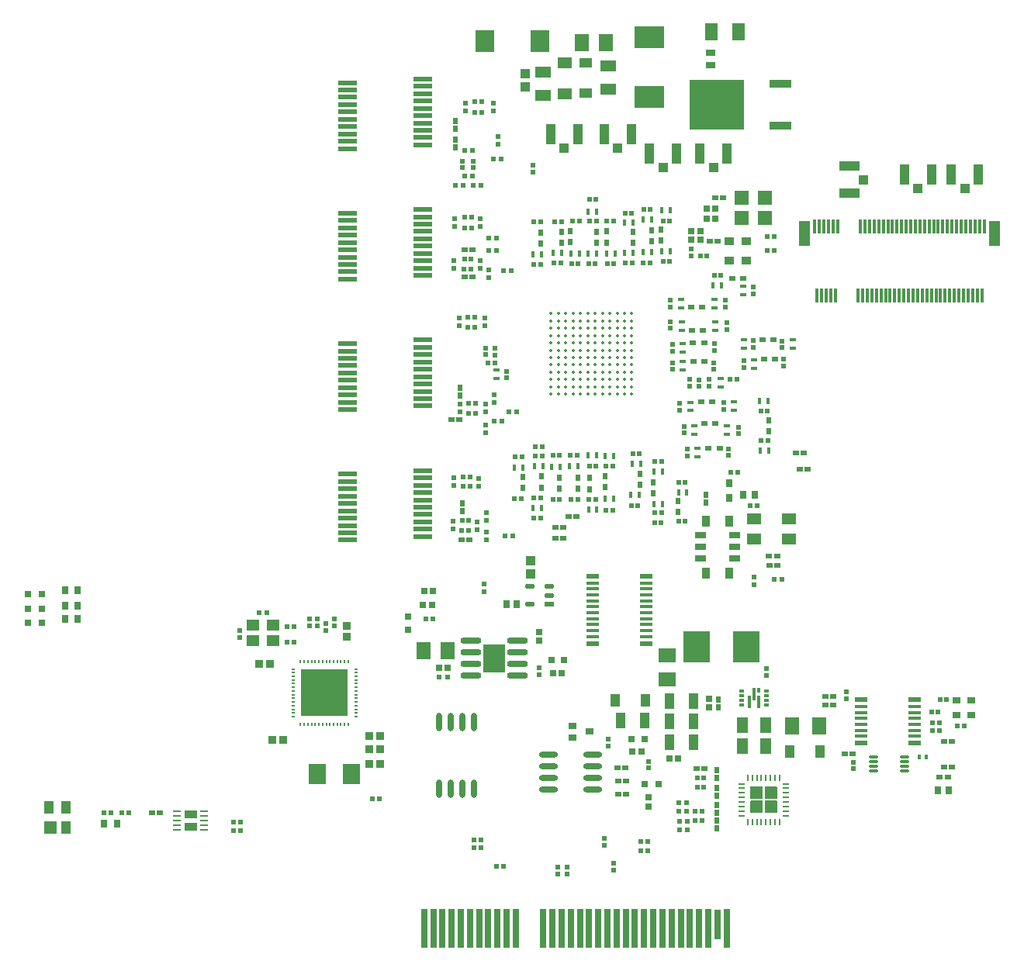
<source format=gtp>
G04*
G04 #@! TF.GenerationSoftware,Altium Limited,Altium Designer,24.4.1 (13)*
G04*
G04 Layer_Color=8421504*
%FSLAX44Y44*%
%MOMM*%
G71*
G04*
G04 #@! TF.SameCoordinates,EFBD3F8D-071C-412C-B344-986AE508E9F6*
G04*
G04*
G04 #@! TF.FilePolarity,Positive*
G04*
G01*
G75*
%ADD18R,1.4000X0.9000*%
%ADD19R,2.0000X0.5000*%
%ADD20R,0.6000X0.6500*%
%ADD21R,0.5811X0.5121*%
%ADD22R,0.6500X0.6000*%
%ADD23R,0.6000X0.5500*%
%ADD24R,0.5500X0.6000*%
%ADD25R,0.5500X0.5000*%
%ADD26R,0.5121X0.5811*%
%ADD27R,0.7112X4.1910*%
%ADD28O,0.7000X2.0000*%
%ADD29R,1.5000X1.2000*%
%ADD30R,0.6153X0.5725*%
%ADD31R,0.8500X0.2700*%
%ADD32R,0.3000X1.5500*%
%ADD33R,1.2000X2.7500*%
%ADD34O,0.2000X0.5000*%
%ADD35O,0.5000X0.2000*%
%ADD36R,5.2000X5.2000*%
%ADD37R,0.9051X0.9062*%
%ADD38R,0.5000X0.5500*%
%ADD39R,1.4000X1.2000*%
%ADD40R,0.5200X0.5200*%
%ADD41R,0.5200X0.5200*%
%ADD42R,0.9062X0.9051*%
%ADD43R,1.8545X2.2860*%
%ADD44O,2.3000X0.7000*%
%ADD45R,2.4100X3.1000*%
%ADD46R,1.0500X2.2000*%
%ADD47R,1.0000X1.0500*%
%ADD48C,0.3556*%
%ADD49R,1.9900X2.3300*%
G04:AMPARAMS|DCode=50|XSize=0.3mm|YSize=1mm|CornerRadius=0.0495mm|HoleSize=0mm|Usage=FLASHONLY|Rotation=90.000|XOffset=0mm|YOffset=0mm|HoleType=Round|Shape=RoundedRectangle|*
%AMROUNDEDRECTD50*
21,1,0.3000,0.9010,0,0,90.0*
21,1,0.2010,1.0000,0,0,90.0*
1,1,0.0990,0.4505,0.1005*
1,1,0.0990,0.4505,-0.1005*
1,1,0.0990,-0.4505,-0.1005*
1,1,0.0990,-0.4505,0.1005*
%
%ADD50ROUNDEDRECTD50*%
%ADD51R,0.7500X0.9000*%
%ADD52R,0.4000X0.5000*%
%ADD53R,2.4892X0.9398*%
%ADD54R,5.9182X5.5118*%
%ADD55R,0.8000X0.8000*%
%ADD56R,0.5500X0.5500*%
%ADD57R,1.0383X0.5321*%
G04:AMPARAMS|DCode=58|XSize=1.0383mm|YSize=0.5321mm|CornerRadius=0.2661mm|HoleSize=0mm|Usage=FLASHONLY|Rotation=180.000|XOffset=0mm|YOffset=0mm|HoleType=Round|Shape=RoundedRectangle|*
%AMROUNDEDRECTD58*
21,1,1.0383,0.0000,0,0,180.0*
21,1,0.5061,0.5321,0,0,180.0*
1,1,0.5321,-0.2531,0.0000*
1,1,0.5321,0.2531,0.0000*
1,1,0.5321,0.2531,0.0000*
1,1,0.5321,-0.2531,0.0000*
%
%ADD58ROUNDEDRECTD58*%
%ADD59R,1.3500X0.4000*%
%ADD60R,1.3500X0.6000*%
%ADD61R,0.8500X0.6500*%
%ADD62R,0.6000X0.6750*%
%ADD63R,0.4500X0.6750*%
%ADD64R,0.6750X0.6000*%
%ADD65R,0.6750X0.4500*%
%ADD66R,0.7000X0.6500*%
%ADD67R,1.5000X1.6000*%
%ADD68R,1.0500X1.0000*%
%ADD69R,2.2000X1.0500*%
G04:AMPARAMS|DCode=70|XSize=0.24mm|YSize=0.6mm|CornerRadius=0.0504mm|HoleSize=0mm|Usage=FLASHONLY|Rotation=0.000|XOffset=0mm|YOffset=0mm|HoleType=Round|Shape=RoundedRectangle|*
%AMROUNDEDRECTD70*
21,1,0.2400,0.4992,0,0,0.0*
21,1,0.1392,0.6000,0,0,0.0*
1,1,0.1008,0.0696,-0.2496*
1,1,0.1008,-0.0696,-0.2496*
1,1,0.1008,-0.0696,0.2496*
1,1,0.1008,0.0696,0.2496*
%
%ADD70ROUNDEDRECTD70*%
G04:AMPARAMS|DCode=71|XSize=0.6mm|YSize=0.24mm|CornerRadius=0.0504mm|HoleSize=0mm|Usage=FLASHONLY|Rotation=0.000|XOffset=0mm|YOffset=0mm|HoleType=Round|Shape=RoundedRectangle|*
%AMROUNDEDRECTD71*
21,1,0.6000,0.1392,0,0,0.0*
21,1,0.4992,0.2400,0,0,0.0*
1,1,0.1008,0.2496,-0.0696*
1,1,0.1008,-0.2496,-0.0696*
1,1,0.1008,-0.2496,0.0696*
1,1,0.1008,0.2496,0.0696*
%
%ADD71ROUNDEDRECTD71*%
%ADD72R,0.5725X0.6153*%
%ADD73R,0.8000X0.9500*%
%ADD74O,2.0500X0.6000*%
%ADD75R,1.6000X1.2500*%
%ADD76R,1.1046X1.7062*%
%ADD77R,0.7154X0.6725*%
%ADD78R,0.7000X0.7000*%
%ADD79R,1.3500X1.1000*%
%ADD80R,1.7062X1.1546*%
%ADD81R,3.3000X2.4000*%
%ADD82R,1.4500X1.9000*%
%ADD83R,1.5000X1.8500*%
%ADD84R,1.0000X0.7200*%
%ADD85R,1.1000X1.0500*%
%ADD86R,1.4000X1.4000*%
%ADD87R,1.0000X1.4000*%
%ADD88R,0.5500X0.5500*%
%ADD89R,3.0000X3.5000*%
%ADD90R,0.6500X0.7000*%
%ADD91R,1.2500X0.6500*%
%ADD92R,0.8500X1.2500*%
%ADD93R,0.7393X0.6725*%
%ADD94R,0.7000X0.7000*%
%ADD95R,0.6725X0.7393*%
%ADD96R,1.8500X1.5000*%
%ADD97R,1.1000X1.3500*%
%ADD98R,1.5046X1.9062*%
%ADD99R,1.1546X1.7062*%
%ADD100R,0.6725X0.6682*%
%ADD101R,0.3500X0.6000*%
%ADD102R,0.3500X1.4000*%
%ADD103R,0.6000X0.3500*%
%ADD104R,1.0000X0.9000*%
%ADD105R,0.7000X0.9500*%
%ADD106R,0.5393X0.4725*%
%ADD107R,0.7581X0.8121*%
%ADD108R,0.9000X0.7000*%
%ADD109R,0.7500X0.8500*%
%ADD110R,0.7000X0.9000*%
%ADD111R,0.7112X3.2004*%
G36*
X737460Y-892885D02*
Y-880385D01*
Y-880285D01*
X737537Y-880101D01*
X737677Y-879961D01*
X737861Y-879884D01*
X737961D01*
D01*
X750461D01*
X750560D01*
X750744Y-879961D01*
X750884Y-880101D01*
X750960Y-880285D01*
Y-880385D01*
D01*
Y-892885D01*
Y-892984D01*
X750884Y-893168D01*
X750744Y-893308D01*
X750560Y-893384D01*
X750461D01*
D01*
X737961D01*
X737861D01*
X737677Y-893308D01*
X737537Y-893168D01*
X737460Y-892984D01*
Y-892885D01*
D01*
D02*
G37*
G36*
X750960Y-877385D02*
Y-877484D01*
X750884Y-877668D01*
X750744Y-877809D01*
X750560Y-877885D01*
X750461D01*
D01*
X737961D01*
X737861D01*
X737677Y-877809D01*
X737537Y-877668D01*
X737460Y-877484D01*
Y-877385D01*
D01*
Y-864885D01*
Y-864785D01*
X737537Y-864601D01*
X737677Y-864461D01*
X737861Y-864385D01*
X737961D01*
D01*
X750461D01*
X750560D01*
X750744Y-864461D01*
X750884Y-864601D01*
X750960Y-864785D01*
Y-864885D01*
D01*
Y-877385D01*
D02*
G37*
G36*
X753460Y-893384D02*
X753361D01*
X753177Y-893308D01*
X753037Y-893168D01*
X752961Y-892984D01*
Y-892885D01*
D01*
Y-880385D01*
Y-880285D01*
X753037Y-880101D01*
X753177Y-879961D01*
X753361Y-879884D01*
X753460D01*
D01*
X765960D01*
X766060D01*
X766244Y-879961D01*
X766384Y-880101D01*
X766460Y-880285D01*
Y-880385D01*
D01*
Y-892885D01*
Y-892984D01*
X766384Y-893168D01*
X766244Y-893308D01*
X766060Y-893384D01*
X765960D01*
D01*
X753460D01*
D02*
G37*
G36*
X766460Y-877385D02*
Y-877484D01*
X766384Y-877668D01*
X766244Y-877809D01*
X766060Y-877885D01*
X765960D01*
D01*
X753460D01*
X753361D01*
X753177Y-877809D01*
X753037Y-877668D01*
X752961Y-877484D01*
Y-877385D01*
D01*
Y-864885D01*
Y-864785D01*
X753037Y-864601D01*
X753177Y-864461D01*
X753361Y-864385D01*
X753460D01*
D01*
X765960D01*
X766060D01*
X766244Y-864461D01*
X766384Y-864601D01*
X766460Y-864785D01*
Y-864885D01*
D01*
Y-877385D01*
D02*
G37*
D18*
X126425Y-895028D02*
D03*
X126425Y-908028D02*
D03*
D19*
X298000Y-168000D02*
D03*
Y-160000D02*
D03*
Y-152000D02*
D03*
Y-144000D02*
D03*
Y-136000D02*
D03*
Y-128000D02*
D03*
Y-120000D02*
D03*
Y-112000D02*
D03*
Y-104000D02*
D03*
Y-96000D02*
D03*
X380000Y-164000D02*
D03*
Y-156000D02*
D03*
Y-148000D02*
D03*
Y-140000D02*
D03*
Y-132000D02*
D03*
Y-124000D02*
D03*
Y-116000D02*
D03*
Y-108000D02*
D03*
Y-100000D02*
D03*
Y-92000D02*
D03*
X380000Y-519500D02*
D03*
Y-527500D02*
D03*
Y-535500D02*
D03*
Y-543500D02*
D03*
Y-551500D02*
D03*
Y-559500D02*
D03*
Y-567500D02*
D03*
Y-575500D02*
D03*
Y-583500D02*
D03*
Y-591500D02*
D03*
X298000Y-595500D02*
D03*
Y-587500D02*
D03*
Y-579500D02*
D03*
Y-571500D02*
D03*
Y-563500D02*
D03*
Y-555500D02*
D03*
Y-547500D02*
D03*
Y-539500D02*
D03*
Y-531500D02*
D03*
Y-523500D02*
D03*
X380000Y-377000D02*
D03*
Y-385000D02*
D03*
Y-393000D02*
D03*
Y-401000D02*
D03*
Y-409000D02*
D03*
Y-417000D02*
D03*
Y-425000D02*
D03*
Y-433000D02*
D03*
Y-441000D02*
D03*
Y-449000D02*
D03*
X298000Y-453000D02*
D03*
Y-445000D02*
D03*
Y-437000D02*
D03*
Y-429000D02*
D03*
Y-421000D02*
D03*
Y-413000D02*
D03*
Y-405000D02*
D03*
Y-397000D02*
D03*
Y-389000D02*
D03*
Y-381000D02*
D03*
X380000Y-234500D02*
D03*
Y-242500D02*
D03*
Y-250500D02*
D03*
Y-258500D02*
D03*
Y-266500D02*
D03*
Y-274500D02*
D03*
Y-282500D02*
D03*
Y-290500D02*
D03*
Y-298500D02*
D03*
Y-306500D02*
D03*
X298000Y-310500D02*
D03*
Y-302500D02*
D03*
Y-294500D02*
D03*
Y-286500D02*
D03*
Y-278500D02*
D03*
Y-270500D02*
D03*
Y-262500D02*
D03*
Y-254500D02*
D03*
Y-246500D02*
D03*
Y-238500D02*
D03*
X380000Y-92000D02*
D03*
Y-100000D02*
D03*
Y-108000D02*
D03*
Y-116000D02*
D03*
Y-124000D02*
D03*
Y-132000D02*
D03*
Y-140000D02*
D03*
Y-148000D02*
D03*
Y-156000D02*
D03*
Y-164000D02*
D03*
X298000Y-168000D02*
D03*
Y-160000D02*
D03*
Y-152000D02*
D03*
Y-144000D02*
D03*
Y-136000D02*
D03*
Y-128000D02*
D03*
Y-120000D02*
D03*
Y-112000D02*
D03*
Y-104000D02*
D03*
Y-96000D02*
D03*
X380000Y-519500D02*
D03*
Y-527500D02*
D03*
Y-535500D02*
D03*
Y-543500D02*
D03*
Y-551500D02*
D03*
Y-559500D02*
D03*
Y-567500D02*
D03*
Y-575500D02*
D03*
Y-583500D02*
D03*
Y-591500D02*
D03*
X298000Y-523500D02*
D03*
Y-531500D02*
D03*
Y-539500D02*
D03*
Y-547500D02*
D03*
Y-555500D02*
D03*
Y-563500D02*
D03*
Y-571500D02*
D03*
Y-579500D02*
D03*
Y-587500D02*
D03*
Y-595500D02*
D03*
X298000Y-453000D02*
D03*
Y-445000D02*
D03*
Y-437000D02*
D03*
Y-429000D02*
D03*
Y-421000D02*
D03*
Y-413000D02*
D03*
Y-405000D02*
D03*
Y-397000D02*
D03*
Y-389000D02*
D03*
Y-381000D02*
D03*
X380000Y-449000D02*
D03*
Y-441000D02*
D03*
Y-433000D02*
D03*
Y-425000D02*
D03*
Y-417000D02*
D03*
Y-409000D02*
D03*
Y-401000D02*
D03*
Y-393000D02*
D03*
Y-385000D02*
D03*
Y-377000D02*
D03*
X379864Y-234500D02*
D03*
Y-242500D02*
D03*
Y-250500D02*
D03*
Y-258500D02*
D03*
Y-266500D02*
D03*
Y-274500D02*
D03*
Y-282500D02*
D03*
Y-290500D02*
D03*
Y-298500D02*
D03*
Y-306500D02*
D03*
X297864Y-238500D02*
D03*
Y-246500D02*
D03*
Y-254500D02*
D03*
Y-262500D02*
D03*
Y-270500D02*
D03*
Y-278500D02*
D03*
Y-286500D02*
D03*
Y-294500D02*
D03*
Y-302500D02*
D03*
Y-310500D02*
D03*
D20*
X415792Y-166500D02*
D03*
Y-158000D02*
D03*
X415587Y-146076D02*
D03*
Y-137576D02*
D03*
X422677Y-564043D02*
D03*
Y-555543D02*
D03*
X420477Y-437323D02*
D03*
Y-428823D02*
D03*
X700554Y-909987D02*
D03*
Y-901487D02*
D03*
Y-884281D02*
D03*
Y-892781D02*
D03*
X700493Y-874435D02*
D03*
Y-865935D02*
D03*
Y-846738D02*
D03*
Y-855238D02*
D03*
X702790Y-769516D02*
D03*
Y-778016D02*
D03*
X689024Y-546202D02*
D03*
Y-554701D02*
D03*
D21*
X429816Y-445729D02*
D03*
X437127D02*
D03*
X425103Y-299538D02*
D03*
X432413D02*
D03*
X763441Y-279464D02*
D03*
X756130D02*
D03*
X763441Y-264225D02*
D03*
X756130D02*
D03*
X970716Y-798625D02*
D03*
X963405D02*
D03*
X640345Y-509898D02*
D03*
X633034D02*
D03*
X640246Y-576117D02*
D03*
X632935D02*
D03*
X640345Y-565829D02*
D03*
X633034D02*
D03*
X666246Y-532407D02*
D03*
X658936D02*
D03*
X600711Y-238281D02*
D03*
X608022D02*
D03*
X666480Y-574559D02*
D03*
X659169D02*
D03*
X601050Y-293145D02*
D03*
X608361D02*
D03*
X568754Y-550723D02*
D03*
X561443D02*
D03*
X568912Y-514721D02*
D03*
X561602D02*
D03*
X749080Y-486743D02*
D03*
X756391D02*
D03*
X748752Y-454760D02*
D03*
X756063D02*
D03*
X682830Y-285194D02*
D03*
X690141D02*
D03*
X617814Y-934542D02*
D03*
X625125D02*
D03*
X617814Y-924658D02*
D03*
X625125D02*
D03*
X679437Y-855285D02*
D03*
X686748D02*
D03*
X679437Y-864991D02*
D03*
X686748D02*
D03*
X677477Y-891385D02*
D03*
X684788D02*
D03*
X677477Y-901487D02*
D03*
X684788D02*
D03*
X432638Y-288246D02*
D03*
X425327D02*
D03*
X437439Y-456905D02*
D03*
X430128D02*
D03*
X430005Y-574294D02*
D03*
X422694D02*
D03*
X429952Y-585171D02*
D03*
X422641D02*
D03*
X390655Y-681189D02*
D03*
X383344D02*
D03*
X560962Y-294002D02*
D03*
X568273D02*
D03*
X502742Y-493419D02*
D03*
X510053D02*
D03*
X502798Y-504030D02*
D03*
X510108D02*
D03*
X561849Y-247258D02*
D03*
X569159D02*
D03*
X561589Y-223697D02*
D03*
X568900D02*
D03*
X500950Y-571606D02*
D03*
X508261D02*
D03*
X500950Y-549048D02*
D03*
X508261D02*
D03*
X521825Y-502938D02*
D03*
X529136D02*
D03*
X521953Y-550753D02*
D03*
X529264D02*
D03*
X549582Y-293571D02*
D03*
X542271D02*
D03*
X550598Y-246739D02*
D03*
X543287D02*
D03*
X588541Y-294023D02*
D03*
X581230D02*
D03*
X588162Y-246781D02*
D03*
X580852D02*
D03*
X607358Y-558037D02*
D03*
X614669D02*
D03*
X609020Y-500705D02*
D03*
X616330D02*
D03*
X621053Y-234541D02*
D03*
X628364D02*
D03*
X620303Y-293126D02*
D03*
X627614D02*
D03*
X540988Y-502697D02*
D03*
X548298D02*
D03*
X541593Y-551397D02*
D03*
X548903D02*
D03*
X480624Y-504796D02*
D03*
X487935D02*
D03*
X480066Y-549939D02*
D03*
X487377D02*
D03*
X587242Y-562532D02*
D03*
X579931D02*
D03*
X586928Y-515038D02*
D03*
X579617D02*
D03*
X649326Y-247156D02*
D03*
X642016D02*
D03*
X649467Y-290765D02*
D03*
X642156D02*
D03*
X522907Y-292548D02*
D03*
X530217D02*
D03*
X523860Y-247654D02*
D03*
X531171D02*
D03*
X501025Y-294116D02*
D03*
X508336D02*
D03*
X501025Y-247889D02*
D03*
X508336D02*
D03*
X697922Y-306154D02*
D03*
X705232D02*
D03*
D22*
X84680Y-892878D02*
D03*
X93180D02*
D03*
X707761Y-221899D02*
D03*
X699261D02*
D03*
X422493Y-595155D02*
D03*
X430993D02*
D03*
X419834Y-463889D02*
D03*
X411334D02*
D03*
X425389Y-308327D02*
D03*
X433889D02*
D03*
X425389Y-278698D02*
D03*
X433889D02*
D03*
X944205Y-854238D02*
D03*
X952706D02*
D03*
X787191Y-500147D02*
D03*
X795691D02*
D03*
X848944Y-828439D02*
D03*
X840444D02*
D03*
X827695Y-766260D02*
D03*
X819195D02*
D03*
X828001Y-775238D02*
D03*
X819501D02*
D03*
X687670Y-845103D02*
D03*
X679170D02*
D03*
X956955Y-843201D02*
D03*
X948456D02*
D03*
X600980Y-844224D02*
D03*
X592480D02*
D03*
X956955Y-815451D02*
D03*
X948456D02*
D03*
X799941Y-517639D02*
D03*
X791441D02*
D03*
X701485Y-268964D02*
D03*
X692985D02*
D03*
X758175Y-623056D02*
D03*
X766675D02*
D03*
X757925Y-612539D02*
D03*
X766425D02*
D03*
X539248Y-569300D02*
D03*
X547748D02*
D03*
X524380Y-593111D02*
D03*
X532880D02*
D03*
X524555Y-581698D02*
D03*
X533055D02*
D03*
X602154Y-858497D02*
D03*
X593653D02*
D03*
X602153Y-872953D02*
D03*
X593653D02*
D03*
D23*
X457719Y-465650D02*
D03*
X466219D02*
D03*
X478429Y-590563D02*
D03*
X469929D02*
D03*
X457216Y-179699D02*
D03*
X465716D02*
D03*
X435056Y-207910D02*
D03*
X443556D02*
D03*
X482617Y-455543D02*
D03*
X474117D02*
D03*
X451800Y-265835D02*
D03*
X460300D02*
D03*
X476492Y-301140D02*
D03*
X467992D02*
D03*
X460250Y-279123D02*
D03*
X451750D02*
D03*
X415518Y-207910D02*
D03*
X424019D02*
D03*
X425512Y-169840D02*
D03*
X434012D02*
D03*
X425617Y-198359D02*
D03*
X434117D02*
D03*
D24*
X449503Y-586679D02*
D03*
Y-595179D02*
D03*
X449057Y-574007D02*
D03*
Y-565507D02*
D03*
X446666Y-651577D02*
D03*
Y-643077D02*
D03*
X448317Y-477974D02*
D03*
Y-469474D02*
D03*
X457667Y-444942D02*
D03*
Y-436442D02*
D03*
X451769Y-308531D02*
D03*
Y-300031D02*
D03*
X461974Y-154501D02*
D03*
Y-163001D02*
D03*
X448240Y-447235D02*
D03*
Y-455735D02*
D03*
X426628Y-118598D02*
D03*
Y-127098D02*
D03*
X447357Y-353103D02*
D03*
Y-361603D02*
D03*
X442340Y-244393D02*
D03*
Y-252893D02*
D03*
X440899Y-536551D02*
D03*
Y-528051D02*
D03*
X439475Y-583940D02*
D03*
Y-575440D02*
D03*
X442568Y-298362D02*
D03*
Y-289862D02*
D03*
X415018Y-252893D02*
D03*
Y-244393D02*
D03*
X456966Y-126868D02*
D03*
Y-118368D02*
D03*
X419402Y-361062D02*
D03*
Y-352561D02*
D03*
X420284Y-455419D02*
D03*
Y-446918D02*
D03*
X413933Y-535940D02*
D03*
Y-527440D02*
D03*
X412841Y-583601D02*
D03*
Y-575101D02*
D03*
X413933Y-298484D02*
D03*
Y-289984D02*
D03*
D25*
X423814Y-526668D02*
D03*
X431314D02*
D03*
X424302Y-536815D02*
D03*
X431802D02*
D03*
X436550Y-117103D02*
D03*
X444050D02*
D03*
X436556Y-128217D02*
D03*
X444056D02*
D03*
X428789Y-363043D02*
D03*
X436289D02*
D03*
X428930Y-351721D02*
D03*
X436430D02*
D03*
X425425Y-254555D02*
D03*
X432925D02*
D03*
X425490Y-243022D02*
D03*
X432990D02*
D03*
X325071Y-877985D02*
D03*
X332571D02*
D03*
X239562Y-706737D02*
D03*
X232062D02*
D03*
X239562Y-690032D02*
D03*
X232062D02*
D03*
X58888Y-892964D02*
D03*
X51388D02*
D03*
X951750Y-769678D02*
D03*
X944250D02*
D03*
X943416Y-794625D02*
D03*
X935916D02*
D03*
X943416Y-803530D02*
D03*
X935916D02*
D03*
X934916Y-783318D02*
D03*
X942416D02*
D03*
X467905Y-951414D02*
D03*
X460405D02*
D03*
X173346Y-912678D02*
D03*
X180846D02*
D03*
X173346Y-902968D02*
D03*
X180846D02*
D03*
X435905Y-922588D02*
D03*
X443405D02*
D03*
X451250Y-401617D02*
D03*
X458750D02*
D03*
X722970Y-419538D02*
D03*
X715470D02*
D03*
X443405Y-931340D02*
D03*
X435905D02*
D03*
X39203Y-892878D02*
D03*
X31702D02*
D03*
D26*
X435070Y-189016D02*
D03*
Y-181705D02*
D03*
X423383Y-188833D02*
D03*
Y-181523D02*
D03*
X842181Y-760913D02*
D03*
Y-768224D02*
D03*
X668711Y-503706D02*
D03*
Y-496395D02*
D03*
X713903Y-502956D02*
D03*
Y-495645D02*
D03*
X652268Y-389200D02*
D03*
Y-381889D02*
D03*
X698235Y-388237D02*
D03*
Y-380926D02*
D03*
X652577Y-409143D02*
D03*
Y-401832D02*
D03*
X697579Y-409029D02*
D03*
Y-401718D02*
D03*
X730669Y-406739D02*
D03*
Y-399428D02*
D03*
X773733Y-405494D02*
D03*
Y-398183D02*
D03*
X771785Y-385351D02*
D03*
Y-378041D02*
D03*
X740872Y-385112D02*
D03*
Y-377801D02*
D03*
X740790Y-319360D02*
D03*
Y-326670D02*
D03*
X626216Y-837023D02*
D03*
Y-844334D02*
D03*
X754881Y-742935D02*
D03*
Y-735624D02*
D03*
X507156Y-742156D02*
D03*
Y-734844D02*
D03*
X708382Y-452757D02*
D03*
Y-445446D02*
D03*
X660544Y-453606D02*
D03*
Y-446295D02*
D03*
X471500Y-418406D02*
D03*
Y-411094D02*
D03*
X458799Y-385899D02*
D03*
Y-393210D02*
D03*
X448286Y-385545D02*
D03*
Y-392855D02*
D03*
X724333Y-479213D02*
D03*
Y-471902D02*
D03*
X665042Y-478584D02*
D03*
Y-471274D02*
D03*
X671272Y-427492D02*
D03*
Y-420182D02*
D03*
X681749Y-427636D02*
D03*
Y-420326D02*
D03*
X692283Y-427382D02*
D03*
Y-420071D02*
D03*
X710330Y-333792D02*
D03*
Y-341103D02*
D03*
X672563Y-285236D02*
D03*
Y-277926D02*
D03*
X649707Y-333618D02*
D03*
Y-340929D02*
D03*
X712107Y-358124D02*
D03*
Y-365435D02*
D03*
X650248Y-356763D02*
D03*
Y-364073D02*
D03*
X582172Y-813093D02*
D03*
Y-820403D02*
D03*
D27*
X381460Y-1019624D02*
D03*
X391460D02*
D03*
X401460D02*
D03*
X411460D02*
D03*
X421460D02*
D03*
X431460D02*
D03*
X441460D02*
D03*
X451460D02*
D03*
X461460D02*
D03*
X471460D02*
D03*
X481460D02*
D03*
X511460D02*
D03*
X521460D02*
D03*
X531460D02*
D03*
X541460D02*
D03*
X551460D02*
D03*
X561460D02*
D03*
X571460D02*
D03*
X581459D02*
D03*
X591459D02*
D03*
X601459D02*
D03*
X611459D02*
D03*
X621459D02*
D03*
X631459D02*
D03*
X641459D02*
D03*
X651459D02*
D03*
X661459D02*
D03*
X671459D02*
D03*
X681459D02*
D03*
X691459D02*
D03*
X711459D02*
D03*
D28*
X397802Y-866912D02*
D03*
X410502D02*
D03*
X423202D02*
D03*
X435902D02*
D03*
X397802Y-794412D02*
D03*
X410502D02*
D03*
X423202D02*
D03*
X435902D02*
D03*
D29*
X741756Y-572047D02*
D03*
X779756D02*
D03*
Y-594047D02*
D03*
X741756D02*
D03*
D30*
X771940Y-638244D02*
D03*
X763369D02*
D03*
D31*
X111675Y-911528D02*
D03*
Y-906528D02*
D03*
Y-901528D02*
D03*
Y-896528D02*
D03*
Y-891528D02*
D03*
X141175D02*
D03*
Y-896528D02*
D03*
Y-901528D02*
D03*
Y-906528D02*
D03*
Y-911528D02*
D03*
D32*
X807500Y-253269D02*
D03*
X812500D02*
D03*
X817500D02*
D03*
X822500D02*
D03*
X827500D02*
D03*
X832500D02*
D03*
X810000Y-328769D02*
D03*
X815000D02*
D03*
X820000D02*
D03*
X825000D02*
D03*
X830000D02*
D03*
X857500Y-253269D02*
D03*
X860000Y-328769D02*
D03*
X862500Y-253269D02*
D03*
X865000Y-328769D02*
D03*
X867500Y-253269D02*
D03*
X870000Y-328769D02*
D03*
X872500Y-253269D02*
D03*
X875000Y-328769D02*
D03*
X877500Y-253269D02*
D03*
X880000Y-328769D02*
D03*
X882500Y-253269D02*
D03*
X885000Y-328769D02*
D03*
X887500Y-253269D02*
D03*
X890000Y-328769D02*
D03*
X892500Y-253269D02*
D03*
X895000Y-328769D02*
D03*
X897500Y-253269D02*
D03*
X900000Y-328769D02*
D03*
X902500Y-253269D02*
D03*
X905000Y-328769D02*
D03*
X907500Y-253269D02*
D03*
X910000Y-328769D02*
D03*
X912500Y-253269D02*
D03*
X915000Y-328769D02*
D03*
X917500Y-253269D02*
D03*
X920000Y-328769D02*
D03*
X922500Y-253269D02*
D03*
X925000Y-328769D02*
D03*
X927500Y-253269D02*
D03*
X930000Y-328769D02*
D03*
X932500Y-253269D02*
D03*
X935000Y-328769D02*
D03*
X937500Y-253269D02*
D03*
X940000Y-328769D02*
D03*
X942500Y-253269D02*
D03*
X945000Y-328769D02*
D03*
X947500Y-253269D02*
D03*
X950000Y-328769D02*
D03*
X952500Y-253269D02*
D03*
X955000Y-328769D02*
D03*
X957500Y-253269D02*
D03*
X960000Y-328769D02*
D03*
X962500Y-253269D02*
D03*
X965000Y-328769D02*
D03*
X967500Y-253269D02*
D03*
X970000Y-328769D02*
D03*
X972500Y-253269D02*
D03*
X975000Y-328769D02*
D03*
X977500Y-253269D02*
D03*
X980000Y-328769D02*
D03*
X982500Y-253269D02*
D03*
X985000Y-328769D02*
D03*
X987500Y-253269D02*
D03*
X990000Y-328769D02*
D03*
X992500Y-253269D02*
D03*
X855000Y-328769D02*
D03*
D33*
X796500Y-261019D02*
D03*
X1003500D02*
D03*
D34*
X298563Y-796365D02*
D03*
X294563D02*
D03*
X290563D02*
D03*
X286563D02*
D03*
X282563D02*
D03*
X278563D02*
D03*
X274563D02*
D03*
X270563D02*
D03*
X266563D02*
D03*
X262563D02*
D03*
X258563D02*
D03*
X254563D02*
D03*
X250563D02*
D03*
X246563D02*
D03*
Y-727865D02*
D03*
X250563D02*
D03*
X254563D02*
D03*
X258563D02*
D03*
X262563D02*
D03*
X266563D02*
D03*
X270563D02*
D03*
X274563D02*
D03*
X278563D02*
D03*
X282563D02*
D03*
X286563D02*
D03*
X290563D02*
D03*
X294563D02*
D03*
X298563D02*
D03*
D35*
X238312Y-788115D02*
D03*
Y-784115D02*
D03*
Y-780115D02*
D03*
Y-776115D02*
D03*
Y-772115D02*
D03*
Y-768115D02*
D03*
Y-764115D02*
D03*
Y-760115D02*
D03*
Y-756115D02*
D03*
Y-752115D02*
D03*
Y-748115D02*
D03*
Y-744115D02*
D03*
Y-740115D02*
D03*
Y-736115D02*
D03*
X306812Y-744115D02*
D03*
Y-748115D02*
D03*
Y-752115D02*
D03*
Y-756115D02*
D03*
Y-760115D02*
D03*
Y-764115D02*
D03*
Y-768115D02*
D03*
Y-772115D02*
D03*
Y-776115D02*
D03*
Y-780115D02*
D03*
Y-784115D02*
D03*
Y-788115D02*
D03*
Y-740115D02*
D03*
Y-736115D02*
D03*
D36*
X272563Y-762115D02*
D03*
D37*
X321335Y-839430D02*
D03*
X333346D02*
D03*
X321335Y-824056D02*
D03*
X333346D02*
D03*
X321335Y-809037D02*
D03*
X333346D02*
D03*
X227626Y-813567D02*
D03*
X215615D02*
D03*
X212959Y-730586D02*
D03*
X200948D02*
D03*
D38*
X283246Y-688656D02*
D03*
Y-681155D02*
D03*
X273856Y-693782D02*
D03*
Y-686282D02*
D03*
X256047Y-688656D02*
D03*
Y-681156D02*
D03*
X265185Y-688655D02*
D03*
Y-681156D02*
D03*
X850027Y-837678D02*
D03*
Y-845178D02*
D03*
X537568Y-952427D02*
D03*
X527189D02*
D03*
Y-959927D02*
D03*
X578172Y-921338D02*
D03*
Y-928838D02*
D03*
X587904Y-948559D02*
D03*
Y-956059D02*
D03*
X500547Y-186000D02*
D03*
Y-193500D02*
D03*
X537568Y-959927D02*
D03*
D39*
X194442Y-705032D02*
D03*
X216442D02*
D03*
Y-688032D02*
D03*
X194442D02*
D03*
D40*
X180092Y-694086D02*
D03*
Y-702086D02*
D03*
D41*
X201554Y-674705D02*
D03*
X209554D02*
D03*
D42*
X297290Y-700890D02*
D03*
Y-688879D02*
D03*
D43*
X302192Y-850860D02*
D03*
X264347D02*
D03*
D44*
X432364Y-705186D02*
D03*
Y-717886D02*
D03*
Y-730586D02*
D03*
Y-743286D02*
D03*
X483364Y-705186D02*
D03*
Y-717886D02*
D03*
Y-730586D02*
D03*
Y-743286D02*
D03*
D45*
X457864Y-724236D02*
D03*
D46*
X519550Y-152500D02*
D03*
X549050D02*
D03*
X577887D02*
D03*
X607387D02*
D03*
X711994Y-173250D02*
D03*
X682494D02*
D03*
X935250Y-196085D02*
D03*
X905750D02*
D03*
X986250D02*
D03*
X956750D02*
D03*
X656994Y-173250D02*
D03*
X627494D02*
D03*
D47*
X534300Y-167750D02*
D03*
X592637D02*
D03*
X697244Y-188500D02*
D03*
X920500Y-211335D02*
D03*
X971500D02*
D03*
X642244Y-188500D02*
D03*
D48*
X608011Y-436121D02*
D03*
X600011D02*
D03*
X592011D02*
D03*
X584011D02*
D03*
X576011D02*
D03*
X568011D02*
D03*
X560011D02*
D03*
X552011D02*
D03*
X544011D02*
D03*
X536011D02*
D03*
X528011D02*
D03*
X520011D02*
D03*
X608011Y-428120D02*
D03*
X600011D02*
D03*
X592011D02*
D03*
X584011D02*
D03*
X576011D02*
D03*
X568011D02*
D03*
X560011D02*
D03*
X552011D02*
D03*
X544011D02*
D03*
X536011D02*
D03*
X528011D02*
D03*
X520011D02*
D03*
X608011Y-420119D02*
D03*
X600011D02*
D03*
X592011D02*
D03*
X584011D02*
D03*
X576011D02*
D03*
X568011D02*
D03*
X560011D02*
D03*
X552011D02*
D03*
X544011D02*
D03*
X536011D02*
D03*
X528011D02*
D03*
X520011D02*
D03*
X608011Y-412118D02*
D03*
X600011D02*
D03*
X592011D02*
D03*
X584011D02*
D03*
X576011D02*
D03*
X568011D02*
D03*
X560011D02*
D03*
X552011D02*
D03*
X544011D02*
D03*
X536011D02*
D03*
X528011D02*
D03*
X520011D02*
D03*
X608011Y-404117D02*
D03*
X600011D02*
D03*
X592011D02*
D03*
X584011D02*
D03*
X576011D02*
D03*
X568011D02*
D03*
X560011D02*
D03*
X552011D02*
D03*
X544011D02*
D03*
X536011D02*
D03*
X528011D02*
D03*
X520011D02*
D03*
X608011Y-396116D02*
D03*
X600011D02*
D03*
X592011D02*
D03*
X584011D02*
D03*
X576011D02*
D03*
X568011D02*
D03*
X560011D02*
D03*
X552011D02*
D03*
X544011D02*
D03*
X536011D02*
D03*
X528011D02*
D03*
X520011D02*
D03*
X608011Y-388115D02*
D03*
X600011D02*
D03*
X592011D02*
D03*
X584011D02*
D03*
X576011D02*
D03*
X568011D02*
D03*
X560011D02*
D03*
X552011D02*
D03*
X544011D02*
D03*
X536011D02*
D03*
X528011D02*
D03*
X520011D02*
D03*
X608011Y-380114D02*
D03*
X600011D02*
D03*
X592011D02*
D03*
X584011D02*
D03*
X576011D02*
D03*
X568011D02*
D03*
X560011D02*
D03*
X552011D02*
D03*
X544011D02*
D03*
X536011D02*
D03*
X528011D02*
D03*
X520011D02*
D03*
X608011Y-372113D02*
D03*
X600011D02*
D03*
X592011D02*
D03*
X584011D02*
D03*
X576011D02*
D03*
X568011D02*
D03*
X560011D02*
D03*
X552011D02*
D03*
X544011D02*
D03*
X536011D02*
D03*
X528011D02*
D03*
X520011D02*
D03*
X608011Y-364112D02*
D03*
X600011D02*
D03*
X592011D02*
D03*
X584011D02*
D03*
X576011D02*
D03*
X568011D02*
D03*
X560011D02*
D03*
X552011D02*
D03*
X544011D02*
D03*
X536011D02*
D03*
X528011D02*
D03*
X520011D02*
D03*
X608011Y-356111D02*
D03*
X600011D02*
D03*
X592011D02*
D03*
X584011D02*
D03*
X576011D02*
D03*
X568011D02*
D03*
X560011D02*
D03*
X552011D02*
D03*
X544011D02*
D03*
X536011D02*
D03*
X528011D02*
D03*
X520011D02*
D03*
X608011Y-348110D02*
D03*
X600011D02*
D03*
X592011D02*
D03*
X584011D02*
D03*
X576011D02*
D03*
X568011D02*
D03*
X560011D02*
D03*
X552011D02*
D03*
X544011D02*
D03*
X536011D02*
D03*
X528011D02*
D03*
X520011D02*
D03*
D49*
X447858Y-50634D02*
D03*
X508058D02*
D03*
D50*
X905966Y-846993D02*
D03*
Y-841993D02*
D03*
Y-836993D02*
D03*
Y-831993D02*
D03*
X871966Y-846993D02*
D03*
Y-841993D02*
D03*
Y-836993D02*
D03*
Y-831993D02*
D03*
D51*
X954000Y-868150D02*
D03*
X942000D02*
D03*
D52*
X921588Y-832280D02*
D03*
X929588D02*
D03*
D53*
X770008Y-142913D02*
D03*
Y-97193D02*
D03*
D54*
X700793Y-120053D02*
D03*
D55*
X621925Y-862129D02*
D03*
X636925D02*
D03*
X-50900Y-685709D02*
D03*
X-35900D02*
D03*
X-50900Y-670705D02*
D03*
X-35900D02*
D03*
X-50900Y-654000D02*
D03*
X-35900D02*
D03*
D56*
X659471Y-891105D02*
D03*
Y-882105D02*
D03*
X660344Y-902355D02*
D03*
Y-911355D02*
D03*
X668490Y-911355D02*
D03*
Y-902355D02*
D03*
X668199Y-882163D02*
D03*
Y-891163D02*
D03*
D57*
X518012Y-665166D02*
D03*
D58*
Y-655667D02*
D03*
Y-646166D02*
D03*
X496688D02*
D03*
Y-665166D02*
D03*
D59*
X858186Y-777125D02*
D03*
Y-783625D02*
D03*
Y-790125D02*
D03*
Y-796625D02*
D03*
Y-803125D02*
D03*
Y-809625D02*
D03*
X916686D02*
D03*
Y-803125D02*
D03*
Y-796625D02*
D03*
Y-790125D02*
D03*
Y-783625D02*
D03*
Y-777125D02*
D03*
X623757Y-642189D02*
D03*
Y-648690D02*
D03*
Y-655189D02*
D03*
Y-661689D02*
D03*
Y-668189D02*
D03*
Y-674689D02*
D03*
Y-681189D02*
D03*
Y-687689D02*
D03*
Y-694189D02*
D03*
Y-700689D02*
D03*
X565257D02*
D03*
Y-694189D02*
D03*
Y-687689D02*
D03*
Y-681189D02*
D03*
Y-674689D02*
D03*
Y-668189D02*
D03*
Y-661689D02*
D03*
Y-655189D02*
D03*
Y-648690D02*
D03*
Y-642189D02*
D03*
D60*
X858186Y-769625D02*
D03*
Y-817125D02*
D03*
X916686D02*
D03*
Y-769625D02*
D03*
X623757Y-634689D02*
D03*
Y-708189D02*
D03*
X565257D02*
D03*
Y-634689D02*
D03*
D61*
X962811Y-786568D02*
D03*
Y-770068D02*
D03*
X978311D02*
D03*
Y-786568D02*
D03*
D62*
X631546Y-544031D02*
D03*
Y-532031D02*
D03*
X658377Y-564532D02*
D03*
Y-552532D02*
D03*
X609368Y-258816D02*
D03*
Y-270816D02*
D03*
X561601Y-539683D02*
D03*
Y-527683D02*
D03*
X757838Y-476950D02*
D03*
Y-464950D02*
D03*
X569966Y-258664D02*
D03*
Y-270664D02*
D03*
X509643Y-537980D02*
D03*
Y-525980D02*
D03*
X529178Y-539151D02*
D03*
Y-527150D02*
D03*
X541125Y-257763D02*
D03*
Y-269762D02*
D03*
X580885Y-258455D02*
D03*
Y-270455D02*
D03*
X616985Y-534852D02*
D03*
Y-522852D02*
D03*
X629789Y-257077D02*
D03*
Y-269077D02*
D03*
X548905Y-539442D02*
D03*
Y-527442D02*
D03*
X488802Y-538577D02*
D03*
Y-526577D02*
D03*
X578777Y-537920D02*
D03*
Y-525920D02*
D03*
X640244Y-256447D02*
D03*
Y-268447D02*
D03*
X531079Y-258558D02*
D03*
Y-270558D02*
D03*
X509025Y-259568D02*
D03*
Y-271567D02*
D03*
D63*
X641761Y-520639D02*
D03*
X632511D02*
D03*
X641642Y-555794D02*
D03*
X632392D02*
D03*
X668199Y-543030D02*
D03*
X658949D02*
D03*
X599742Y-248699D02*
D03*
X608992D02*
D03*
X599742Y-281946D02*
D03*
X608992D02*
D03*
X569993Y-561829D02*
D03*
X560743D02*
D03*
X569723Y-502938D02*
D03*
X560473D02*
D03*
X748091Y-497750D02*
D03*
X757341D02*
D03*
X747782Y-443931D02*
D03*
X757032D02*
D03*
X560341Y-282365D02*
D03*
X569591D02*
D03*
X501553Y-514546D02*
D03*
X510802D02*
D03*
X560619Y-236562D02*
D03*
X569869D02*
D03*
X500360Y-560043D02*
D03*
X509610D02*
D03*
X520530Y-515249D02*
D03*
X529780D02*
D03*
X550859Y-282234D02*
D03*
X541609D02*
D03*
X589510Y-282498D02*
D03*
X580260D02*
D03*
X606823Y-545783D02*
D03*
X616073D02*
D03*
X608483Y-511846D02*
D03*
X617733D02*
D03*
X620084Y-245672D02*
D03*
X629334D02*
D03*
X620084Y-280890D02*
D03*
X629334D02*
D03*
X540084Y-514721D02*
D03*
X549334D02*
D03*
X479528Y-516049D02*
D03*
X488778D02*
D03*
X588212Y-550200D02*
D03*
X578962D02*
D03*
X588212Y-503346D02*
D03*
X578962D02*
D03*
X650235Y-235595D02*
D03*
X640985D02*
D03*
X650235Y-279995D02*
D03*
X640985D02*
D03*
X522072Y-281603D02*
D03*
X531322D02*
D03*
X500055Y-283421D02*
D03*
X509305D02*
D03*
X696510Y-317166D02*
D03*
X705761D02*
D03*
D64*
X703886Y-494779D02*
D03*
X691886D02*
D03*
X686861Y-380114D02*
D03*
X674861D02*
D03*
X687037Y-400584D02*
D03*
X675037D02*
D03*
X764280Y-397769D02*
D03*
X752280D02*
D03*
X762425Y-376315D02*
D03*
X750425D02*
D03*
X717725Y-309641D02*
D03*
X729725D02*
D03*
X696065Y-444624D02*
D03*
X684065D02*
D03*
X699361Y-468154D02*
D03*
X687361D02*
D03*
X685118Y-341485D02*
D03*
X673118D02*
D03*
X685836Y-366257D02*
D03*
X673836D02*
D03*
D65*
X679959Y-504675D02*
D03*
Y-495425D02*
D03*
X663207Y-389957D02*
D03*
Y-380707D02*
D03*
X663917Y-409999D02*
D03*
Y-400749D02*
D03*
X741461Y-407604D02*
D03*
Y-398354D02*
D03*
X783367Y-386082D02*
D03*
Y-376832D02*
D03*
X730399Y-386082D02*
D03*
Y-376832D02*
D03*
X729901Y-318390D02*
D03*
Y-327640D02*
D03*
X719248Y-453726D02*
D03*
Y-444476D02*
D03*
X672315Y-454054D02*
D03*
Y-444804D02*
D03*
X460690Y-419163D02*
D03*
Y-409913D02*
D03*
X711958Y-479554D02*
D03*
Y-470304D02*
D03*
X675861Y-479554D02*
D03*
Y-470304D02*
D03*
X704845Y-428351D02*
D03*
Y-419101D02*
D03*
X698211Y-332822D02*
D03*
Y-342072D02*
D03*
X661875Y-332649D02*
D03*
Y-341899D02*
D03*
X699230Y-357154D02*
D03*
Y-366404D02*
D03*
X662827Y-357260D02*
D03*
Y-366511D02*
D03*
D66*
X698981Y-244220D02*
D03*
X689481D02*
D03*
Y-233500D02*
D03*
X698981D02*
D03*
X406900Y-734500D02*
D03*
X397400D02*
D03*
D67*
X753490Y-243930D02*
D03*
X728090D02*
D03*
Y-221930D02*
D03*
X753490D02*
D03*
D68*
X861028Y-201899D02*
D03*
D69*
X845778Y-187149D02*
D03*
Y-216649D02*
D03*
D70*
X734461Y-854884D02*
D03*
X739461D02*
D03*
X744461D02*
D03*
X749461D02*
D03*
X754461D02*
D03*
X759461D02*
D03*
X764461D02*
D03*
X769461D02*
D03*
Y-902885D02*
D03*
X764461D02*
D03*
X759461D02*
D03*
X754461D02*
D03*
X749461D02*
D03*
X744461D02*
D03*
X739461D02*
D03*
X734461D02*
D03*
D71*
X775960Y-861385D02*
D03*
Y-866385D02*
D03*
Y-871385D02*
D03*
Y-876385D02*
D03*
Y-881385D02*
D03*
Y-886385D02*
D03*
Y-891385D02*
D03*
Y-896385D02*
D03*
X727961D02*
D03*
Y-891385D02*
D03*
Y-886385D02*
D03*
Y-881385D02*
D03*
Y-876385D02*
D03*
Y-871385D02*
D03*
Y-866385D02*
D03*
Y-861385D02*
D03*
D72*
X741481Y-635828D02*
D03*
Y-644399D02*
D03*
D73*
X-10350Y-650000D02*
D03*
X3150D02*
D03*
X3150Y-681709D02*
D03*
X-10350D02*
D03*
X3150Y-666705D02*
D03*
X-10350D02*
D03*
D74*
X517210Y-829403D02*
D03*
Y-842103D02*
D03*
Y-854803D02*
D03*
Y-867503D02*
D03*
X565709Y-829403D02*
D03*
Y-842103D02*
D03*
Y-854803D02*
D03*
Y-867503D02*
D03*
D75*
X534822Y-74522D02*
D03*
Y-108522D02*
D03*
D76*
X649020Y-816201D02*
D03*
X675035D02*
D03*
X649316Y-793375D02*
D03*
X675331D02*
D03*
X649316Y-770981D02*
D03*
X675331D02*
D03*
X595804Y-792280D02*
D03*
X621819D02*
D03*
D77*
X618292Y-825798D02*
D03*
X608721D02*
D03*
X389763Y-666189D02*
D03*
X380192D02*
D03*
X531717Y-740420D02*
D03*
X522146D02*
D03*
D78*
X621716Y-812582D02*
D03*
X607716D02*
D03*
X534348Y-726573D02*
D03*
X520348D02*
D03*
D79*
X557578Y-107022D02*
D03*
Y-74022D02*
D03*
D80*
X511516Y-110244D02*
D03*
Y-84728D02*
D03*
X582189Y-103280D02*
D03*
Y-77764D02*
D03*
D81*
X626970Y-112014D02*
D03*
Y-46014D02*
D03*
D82*
X724446Y-40553D02*
D03*
X694946D02*
D03*
D83*
X579773Y-52337D02*
D03*
X553273D02*
D03*
X407250Y-716400D02*
D03*
X380750D02*
D03*
D84*
X694446Y-63244D02*
D03*
Y-77044D02*
D03*
D85*
X491802Y-86407D02*
D03*
Y-100407D02*
D03*
X497870Y-632000D02*
D03*
Y-618000D02*
D03*
D86*
X-26500Y-908878D02*
D03*
D87*
X-9500D02*
D03*
Y-886878D02*
D03*
X-28500D02*
D03*
D88*
X397722Y-744955D02*
D03*
X406722D02*
D03*
D89*
X678381Y-712280D02*
D03*
X733381D02*
D03*
D90*
X692166Y-777749D02*
D03*
Y-768249D02*
D03*
X683235Y-267520D02*
D03*
Y-258020D02*
D03*
X673235D02*
D03*
Y-267520D02*
D03*
D91*
X682974Y-590389D02*
D03*
Y-603089D02*
D03*
Y-615789D02*
D03*
X720474Y-590389D02*
D03*
Y-603089D02*
D03*
Y-615789D02*
D03*
D92*
X689024Y-631839D02*
D03*
X714424D02*
D03*
X689024Y-574339D02*
D03*
X714424D02*
D03*
D93*
X390915Y-650690D02*
D03*
X381584D02*
D03*
X658141Y-834130D02*
D03*
X648809D02*
D03*
D94*
X363661Y-693221D02*
D03*
Y-679221D02*
D03*
D95*
X507156Y-695583D02*
D03*
Y-704915D02*
D03*
D96*
X646881Y-721030D02*
D03*
Y-747530D02*
D03*
D97*
X589907Y-770238D02*
D03*
X622907D02*
D03*
X813500Y-826403D02*
D03*
X780500D02*
D03*
D98*
X812665Y-798530D02*
D03*
X782649D02*
D03*
D99*
X728578Y-797280D02*
D03*
X754094D02*
D03*
X728467Y-820280D02*
D03*
X753983D02*
D03*
D100*
X626119Y-875974D02*
D03*
Y-886016D02*
D03*
D101*
X746336Y-759239D02*
D03*
D102*
X741336Y-763239D02*
D03*
X746336Y-772238D02*
D03*
X736336D02*
D03*
D103*
X727836Y-775238D02*
D03*
Y-770238D02*
D03*
Y-765238D02*
D03*
Y-760238D02*
D03*
X754836D02*
D03*
Y-765238D02*
D03*
Y-770238D02*
D03*
Y-775238D02*
D03*
D104*
X714224Y-289964D02*
D03*
Y-268964D02*
D03*
X733225D02*
D03*
Y-289964D02*
D03*
D105*
X714724Y-533201D02*
D03*
Y-549701D02*
D03*
D106*
X716058Y-521451D02*
D03*
X723390D02*
D03*
X737215Y-558236D02*
D03*
X744547D02*
D03*
D107*
X742260Y-545869D02*
D03*
X729720D02*
D03*
D108*
X543085Y-797875D02*
D03*
Y-810875D02*
D03*
X562085Y-804375D02*
D03*
D109*
X482445Y-665387D02*
D03*
X470945D02*
D03*
D110*
X45952Y-905178D02*
D03*
X31952D02*
D03*
D111*
X701459Y-1014671D02*
D03*
M02*

</source>
